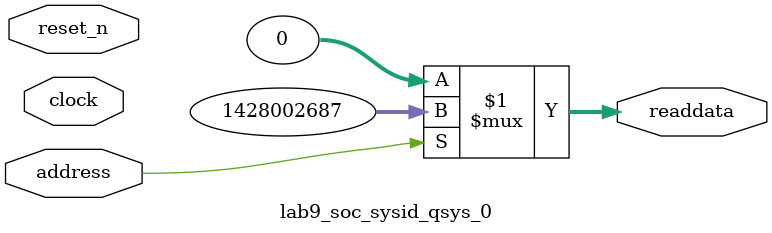
<source format=v>

`timescale 1ns / 1ps
// synthesis translate_on

// turn off superfluous verilog processor warnings 
// altera message_level Level1 
// altera message_off 10034 10035 10036 10037 10230 10240 10030 

module lab9_soc_sysid_qsys_0 (
               // inputs:
                address,
                clock,
                reset_n,

               // outputs:
                readdata
             )
;

  output  [ 31: 0] readdata;
  input            address;
  input            clock;
  input            reset_n;

  wire    [ 31: 0] readdata;
  //control_slave, which is an e_avalon_slave
  assign readdata = address ? 1428002687 : 0;

endmodule




</source>
